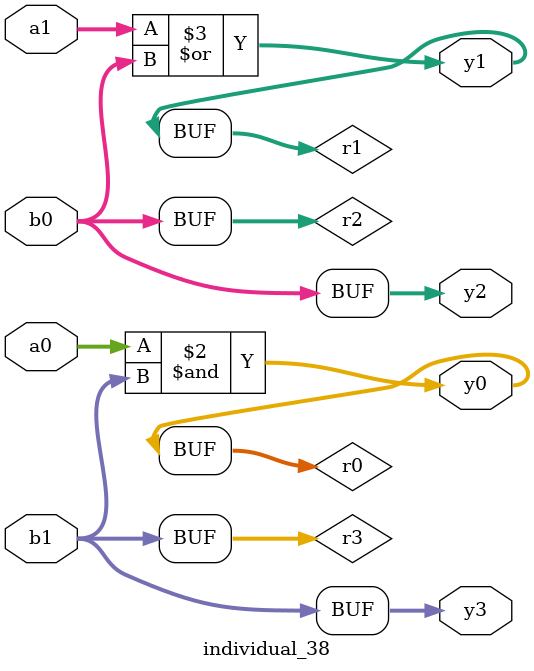
<source format=sv>
module individual_38(input logic [15:0] a1, input logic [15:0] a0, input logic [15:0] b1, input logic [15:0] b0, output logic [15:0] y3, output logic [15:0] y2, output logic [15:0] y1, output logic [15:0] y0);
logic [15:0] r0, r1, r2, r3; 
 always@(*) begin 
	 r0 = a0; r1 = a1; r2 = b0; r3 = b1; 
 	 r0  &=  b1 ;
 	 r1  |=  r2 ;
 	 y3 = r3; y2 = r2; y1 = r1; y0 = r0; 
end
endmodule
</source>
